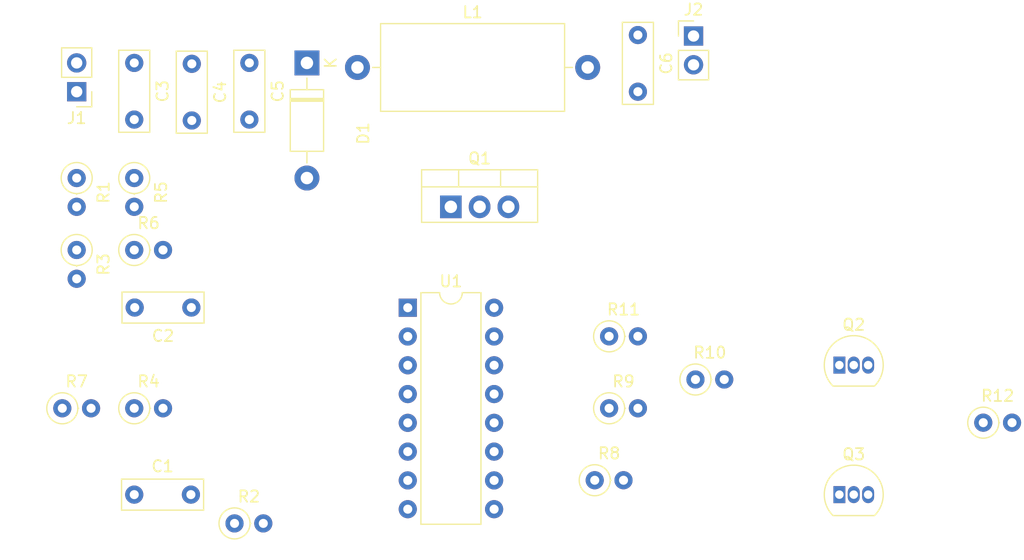
<source format=kicad_pcb>
(kicad_pcb (version 20211014) (generator pcbnew)
  (layers (0 "F.Cu" signal) (31 "B.Cu" signal) (34 "B.Paste" user) (35 "F.Paste" user) (36 "B.SilkS" user "B.Silkscreen") (37 "F.SilkS" user "F.Silkscreen") (38 "B.Mask" user) (39 "F.Mask" user) (44 "Edge.Cuts" user))
  (net 0 "")
  (net 1 "CT")
  (net 2 "GND")
  (net 3 "IN-")
  (net 4 "FB")
  (net 5 "VPANEL")
  (net 6 "MOTOR+")
  (net 7 "MOTOR-")
  (net 8 "MOSFET_GATE")
  (net 9 "Net-(Q2-Pad1)")
  (net 10 "Net-(Q2-Pad2)")
  (net 11 "Net-(R1-Pad2)")
  (net 12 "RT")
  (net 13 "REF")
  (net 14 "IN+")
  (net 15 "E1")
  (net 16 "Net-(R10-Pad1)")
  (net 17 "Net-(R10-Pad2)")
  (footprint "Resistor_THT:R_Axial_DIN0207_L6.3mm_D2.5mm_P2.54mm_Vertical" (layer "F.Cu") (at 146.05 68.58)
    (fp_text reference "R9" (at 1.27 -2.37) (layer "F.SilkS"))
    (fp_text value "100")
    (fp_line (start 1.37 0) (end 1.44 0) (layer "F.SilkS") (width 0.12))
    (fp_circle (center 0 0) (end 1.37 0) (layer "F.SilkS") (width 0.12) (fill none))
    (pad "1" thru_hole circle (at 0 0) (size 1.6 1.6) (drill 0.8) (layers *.Cu *.Mask) (net 15 "E1"))
    (pad "2" thru_hole oval (at 2.54 0) (size 1.6 1.6) (drill 0.8) (layers *.Cu *.Mask) (net 16 "Net-(R10-Pad1)"))
  )
  (footprint "Resistor_THT:R_Axial_DIN0207_L6.3mm_D2.5mm_P2.54mm_Vertical" (layer "F.Cu") (at 179.07 69.85)
    (fp_text reference "R12" (at 1.27 -2.37) (layer "F.SilkS"))
    (fp_text value "10")
    (fp_line (start 1.37 0) (end 1.44 0) (layer "F.SilkS") (width 0.12))
    (fp_circle (center 0 0) (end 1.37 0) (layer "F.SilkS") (width 0.12) (fill none))
    (pad "1" thru_hole circle (at 0 0) (size 1.6 1.6) (drill 0.8) (layers *.Cu *.Mask) (net 9 "Net-(Q2-Pad1)"))
    (pad "2" thru_hole oval (at 2.54 0) (size 1.6 1.6) (drill 0.8) (layers *.Cu *.Mask) (net 8 "MOSFET_GATE"))
  )
  (footprint "Capacitor_THT:C_Rect_L7.0mm_W2.5mm_P5.00mm" (layer "F.Cu") (at 104.14 38.1 -90)
    (fp_text reference "C3" (at 2.5 -2.5 90) (layer "F.SilkS"))
    (fp_text value "1u")
    (fp_line (start 6.12 -1.37) (end 6.12 1.37) (layer "F.SilkS") (width 0.12))
    (fp_line (start -1.12 -1.37) (end 6.12 -1.37) (layer "F.SilkS") (width 0.12))
    (fp_line (start -1.12 1.37) (end 6.12 1.37) (layer "F.SilkS") (width 0.12))
    (fp_line (start -1.12 -1.37) (end -1.12 1.37) (layer "F.SilkS") (width 0.12))
    (pad "1" thru_hole circle (at 0 0 270) (size 1.6 1.6) (drill 0.8) (layers *.Cu *.Mask) (net 5 "VPANEL"))
    (pad "2" thru_hole circle (at 5 0 270) (size 1.6 1.6) (drill 0.8) (layers *.Cu *.Mask) (net 2 "GND"))
  )
  (footprint "Resistor_THT:R_Axial_DIN0207_L6.3mm_D2.5mm_P2.54mm_Vertical" (layer "F.Cu") (at 104.14 68.58)
    (fp_text reference "R4" (at 1.27 -2.37) (layer "F.SilkS"))
    (fp_text value "1k")
    (fp_line (start 1.37 0) (end 1.44 0) (layer "F.SilkS") (width 0.12))
    (fp_circle (center 0 0) (end 1.37 0) (layer "F.SilkS") (width 0.12) (fill none))
    (pad "1" thru_hole circle (at 0 0) (size 1.6 1.6) (drill 0.8) (layers *.Cu *.Mask) (net 13 "REF"))
    (pad "2" thru_hole oval (at 2.54 0) (size 1.6 1.6) (drill 0.8) (layers *.Cu *.Mask) (net 14 "IN+"))
  )
  (footprint "Package_TO_SOT_THT:TO-92_Inline" (layer "F.Cu") (at 166.37 76.2)
    (fp_text reference "Q3" (at 1.27 -3.56) (layer "F.SilkS"))
    (fp_text value "2N3906")
    (fp_line (start -0.53 1.85) (end 3.07 1.85) (layer "F.SilkS") (width 0.12))
    (fp_arc (start -0.568478 1.838478) (mid -1.132087 -0.994977) (end 1.27 -2.6) (layer "F.SilkS") (width 0.12))
    (fp_arc (start 1.27 -2.6) (mid 3.672087 -0.994977) (end 3.108478 1.838478) (layer "F.SilkS") (width 0.12))
    (pad "1" thru_hole rect (at 0 0) (size 1.05 1.5) (drill 0.75) (layers *.Cu *.Mask) (net 9 "Net-(Q2-Pad1)"))
    (pad "2" thru_hole oval (at 1.27 0) (size 1.05 1.5) (drill 0.75) (layers *.Cu *.Mask) (net 10 "Net-(Q2-Pad2)"))
    (pad "3" thru_hole oval (at 2.54 0) (size 1.05 1.5) (drill 0.75) (layers *.Cu *.Mask) (net 2 "GND"))
  )
  (footprint "Resistor_THT:R_Axial_DIN0207_L6.3mm_D2.5mm_P2.54mm_Vertical" (layer "F.Cu") (at 99.06 54.61 -90)
    (fp_text reference "R3" (at 1.27 -2.37 90) (layer "F.SilkS"))
    (fp_text value "1k")
    (fp_line (start 1.37 0) (end 1.44 0) (layer "F.SilkS") (width 0.12))
    (fp_circle (center 0 0) (end 1.37 0) (layer "F.SilkS") (width 0.12) (fill none))
    (pad "1" thru_hole circle (at 0 0 270) (size 1.6 1.6) (drill 0.8) (layers *.Cu *.Mask) (net 11 "Net-(R1-Pad2)"))
    (pad "2" thru_hole oval (at 2.54 0 270) (size 1.6 1.6) (drill 0.8) (layers *.Cu *.Mask) (net 2 "GND"))
  )
  (footprint "Package_TO_SOT_THT:TO-92_Inline" (layer "F.Cu") (at 166.37 64.77)
    (fp_text reference "Q2" (at 1.27 -3.56) (layer "F.SilkS"))
    (fp_text value "2N3904")
    (fp_line (start -0.53 1.85) (end 3.07 1.85) (layer "F.SilkS") (width 0.12))
    (fp_arc (start 1.27 -2.6) (mid 3.672087 -0.994977) (end 3.108478 1.838478) (layer "F.SilkS") (width 0.12))
    (fp_arc (start -0.568478 1.838478) (mid -1.132087 -0.994977) (end 1.27 -2.6) (layer "F.SilkS") (width 0.12))
    (pad "1" thru_hole rect (at 0 0) (size 1.05 1.5) (drill 0.75) (layers *.Cu *.Mask) (net 9 "Net-(Q2-Pad1)"))
    (pad "2" thru_hole oval (at 1.27 0) (size 1.05 1.5) (drill 0.75) (layers *.Cu *.Mask) (net 10 "Net-(Q2-Pad2)"))
    (pad "3" thru_hole oval (at 2.54 0) (size 1.05 1.5) (drill 0.75) (layers *.Cu *.Mask) (net 5 "VPANEL"))
  )
  (footprint "Resistor_THT:R_Axial_DIN0207_L6.3mm_D2.5mm_P2.54mm_Vertical" (layer "F.Cu") (at 144.78 74.93)
    (fp_text reference "R8" (at 1.27 -2.37) (layer "F.SilkS"))
    (fp_text value "2.2k")
    (fp_line (start 1.37 0) (end 1.44 0) (layer "F.SilkS") (width 0.12))
    (fp_circle (center 0 0) (end 1.37 0) (layer "F.SilkS") (width 0.12) (fill none))
    (pad "1" thru_hole circle (at 0 0) (size 1.6 1.6) (drill 0.8) (layers *.Cu *.Mask) (net 15 "E1"))
    (pad "2" thru_hole oval (at 2.54 0) (size 1.6 1.6) (drill 0.8) (layers *.Cu *.Mask) (net 2 "GND"))
  )
  (footprint "Capacitor_THT:C_Rect_L7.0mm_W2.5mm_P5.00mm" (layer "F.Cu") (at 109.22 38.18 -90)
    (fp_text reference "C4" (at 2.5 -2.5 90) (layer "F.SilkS"))
    (fp_text value "10u")
    (fp_line (start -1.12 -1.37) (end 6.12 -1.37) (layer "F.SilkS") (width 0.12))
    (fp_line (start -1.12 1.37) (end 6.12 1.37) (layer "F.SilkS") (width 0.12))
    (fp_line (start -1.12 -1.37) (end -1.12 1.37) (layer "F.SilkS") (width 0.12))
    (fp_line (start 6.12 -1.37) (end 6.12 1.37) (layer "F.SilkS") (width 0.12))
    (pad "1" thru_hole circle (at 0 0 270) (size 1.6 1.6) (drill 0.8) (layers *.Cu *.Mask) (net 5 "VPANEL"))
    (pad "2" thru_hole circle (at 5 0 270) (size 1.6 1.6) (drill 0.8) (layers *.Cu *.Mask) (net 2 "GND"))
  )
  (footprint "Capacitor_THT:C_Rect_L7.0mm_W2.5mm_P5.00mm" (layer "F.Cu") (at 109.18 59.69 180)
    (fp_text reference "C2" (at 2.5 -2.5) (layer "F.SilkS"))
    (fp_text value "1.5u")
    (fp_line (start -1.12 -1.37) (end 6.12 -1.37) (layer "F.SilkS") (width 0.12))
    (fp_line (start 6.12 -1.37) (end 6.12 1.37) (layer "F.SilkS") (width 0.12))
    (fp_line (start -1.12 -1.37) (end -1.12 1.37) (layer "F.SilkS") (width 0.12))
    (fp_line (start -1.12 1.37) (end 6.12 1.37) (layer "F.SilkS") (width 0.12))
    (pad "1" thru_hole circle (at 0 0 180) (size 1.6 1.6) (drill 0.8) (layers *.Cu *.Mask) (net 3 "IN-"))
    (pad "2" thru_hole circle (at 5 0 180) (size 1.6 1.6) (drill 0.8) (layers *.Cu *.Mask) (net 4 "FB"))
  )
  (footprint "Package_DIP:DIP-16_W7.62mm" (layer "F.Cu") (at 128.28 59.705)
    (fp_text reference "U1" (at 3.81 -2.33) (layer "F.SilkS"))
    (fp_text value "TL494")
    (fp_line (start 6.46 19.11) (end 6.46 -1.33) (layer "F.SilkS") (width 0.12))
    (fp_line (start 1.16 -1.33) (end 1.16 19.11) (layer "F.SilkS") (width 0.12))
    (fp_line (start 1.16 19.11) (end 6.46 19.11) (layer "F.SilkS") (width 0.12))
    (fp_line (start 6.46 -1.33) (end 4.81 -1.33) (layer "F.SilkS") (width 0.12))
    (fp_line (start 2.81 -1.33) (end 1.16 -1.33) (layer "F.SilkS") (width 0.12))
    (fp_arc (start 4.81 -1.33) (mid 3.81 -0.33) (end 2.81 -1.33) (layer "F.SilkS") (width 0.12))
    (pad "1" thru_hole rect (at 0 0) (size 1.6 1.6) (drill 0.8) (layers *.Cu *.Mask) (net 14 "IN+"))
    (pad "2" thru_hole oval (at 0 2.54) (size 1.6 1.6) (drill 0.8) (layers *.Cu *.Mask) (net 3 "IN-"))
    (pad "3" thru_hole oval (at 0 5.08) (size 1.6 1.6) (drill 0.8) (layers *.Cu *.Mask) (net 4 "FB"))
    (pad "4" thru_hole oval (at 0 7.62) (size 1.6 1.6) (drill 0.8) (layers *.Cu *.Mask) (net 2 "GND"))
    (pad "5" thru_hole oval (at 0 10.16) (size 1.6 1.6) (drill 0.8) (layers *.Cu *.Mask) (net 1 "CT"))
    (pad "6" thru_hole oval (at 0 12.7) (size 1.6 1.6) (drill 0.8) (layers *.Cu *.Mask) (net 12 "RT"))
    (pad "7" thru_hole oval (at 0 15.24) (size 1.6 1.6) (drill 0.8) (layers *.Cu *.Mask) (net 2 "GND"))
    (pad "8" thru_hole oval (at 0 17.78) (size 1.6 1.6) (drill 0.8) (layers *.Cu *.Mask) (net 5 "VPANEL"))
    (pad "9" thru_hole oval (at 7.62 17.78) (size 1.6 1.6) (drill 0.8) (layers *.Cu *.Mask) (net 15 "E1"))
    (pad "10" thru_hole oval (at 7.62 15.24) (size 1.6 1.6) (drill 0.8) (layers *.Cu *.Mask))
    (pad "11" thru_hole oval (at 7.62 12.7) (size 1.6 1.6) (drill 0.8) (layers *.Cu *.Mask))
    (pad "12" thru_hole oval (at 7.62 10.16) (size 1.6 1.6) (drill 0.8) (layers *.Cu *.Mask) (net 5 "VPANEL"))
    (pad "13" thru_hole oval (at 7.62 7.62) (size 1.6 1.6) (drill 0.8) (layers *.Cu *.Mask) (net 2 "GND"))
    (pad "14" thru_hole oval (at 7.62 5.08) (size 1.6 1.6) (drill 0.8) (layers *.Cu *.Mask) (net 13 "REF"))
    (pad "15" thru_hole oval (at 7.62 2.54) (size 1.6 1.6) (drill 0.8) (layers *.Cu *.Mask) (net 2 "GND"))
    (pad "16" thru_hole oval (at 7.62 0) (size 1.6 1.6) (drill 0.8) (layers *.Cu *.Mask) (net 2 "GND"))
  )
  (footprint "Capacitor_THT:C_Rect_L7.0mm_W2.5mm_P5.00mm" (layer "F.Cu") (at 104.14 76.2)
    (fp_text reference "C1" (at 2.5 -2.5) (layer "F.SilkS"))
    (fp_text value "0.01u")
    (fp_line (start -1.12 -1.37) (end -1.12 1.37) (layer "F.SilkS") (width 0.12))
    (fp_line (start -1.12 -1.37) (end 6.12 -1.37) (layer "F.SilkS") (width 0.12))
    (fp_line (start -1.12 1.37) (end 6.12 1.37) (layer "F.SilkS") (width 0.12))
    (fp_line (start 6.12 -1.37) (end 6.12 1.37) (layer "F.SilkS") (width 0.12))
    (pad "1" thru_hole circle (at 0 0) (size 1.6 1.6) (drill 0.8) (layers *.Cu *.Mask) (net 1 "CT"))
    (pad "2" thru_hole circle (at 5 0) (size 1.6 1.6) (drill 0.8) (layers *.Cu *.Mask) (net 2 "GND"))
  )
  (footprint "Resistor_THT:R_Axial_DIN0207_L6.3mm_D2.5mm_P2.54mm_Vertical" (layer "F.Cu") (at 112.99 78.74)
    (fp_text reference "R2" (at 1.27 -2.37) (layer "F.SilkS"))
    (fp_text value "2.2k")
    (fp_line (start 1.37 0) (end 1.44 0) (layer "F.SilkS") (width 0.12))
    (fp_circle (center 0 0) (end 1.37 0) (layer "F.SilkS") (width 0.12) (fill none))
    (pad "1" thru_hole circle (at 0 0) (size 1.6 1.6) (drill 0.8) (layers *.Cu *.Mask) (net 12 "RT"))
    (pad "2" thru_hole oval (at 2.54 0) (size 1.6 1.6) (drill 0.8) (layers *.Cu *.Mask) (net 2 "GND"))
  )
  (footprint "Resistor_THT:R_Axial_DIN0207_L6.3mm_D2.5mm_P2.54mm_Vertical" (layer "F.Cu") (at 146.05 62.23)
    (fp_text reference "R11" (at 1.27 -2.37) (layer "F.SilkS"))
    (fp_text value "100")
    (fp_line (start 1.37 0) (end 1.44 0) (layer "F.SilkS") (width 0.12))
    (fp_circle (center 0 0) (end 1.37 0) (layer "F.SilkS") (width 0.12) (fill none))
    (pad "1" thru_hole circle (at 0 0) (size 1.6 1.6) (drill 0.8) (layers *.Cu *.Mask) (net 17 "Net-(R10-Pad2)"))
    (pad "2" thru_hole oval (at 2.54 0) (size 1.6 1.6) (drill 0.8) (layers *.Cu *.Mask) (net 10 "Net-(Q2-Pad2)"))
  )
  (footprint "Resistor_THT:R_Axial_DIN0207_L6.3mm_D2.5mm_P2.54mm_Vertical" (layer "F.Cu") (at 153.67 66.04)
    (fp_text reference "R10" (at 1.27 -2.37) (layer "F.SilkS"))
    (fp_text value "100")
    (fp_line (start 1.37 0) (end 1.44 0) (layer "F.SilkS") (width 0.12))
    (fp_circle (center 0 0) (end 1.37 0) (layer "F.SilkS") (width 0.12) (fill none))
    (pad "1" thru_hole circle (at 0 0) (size 1.6 1.6) (drill 0.8) (layers *.Cu *.Mask) (net 16 "Net-(R10-Pad1)"))
    (pad "2" thru_hole oval (at 2.54 0) (size 1.6 1.6) (drill 0.8) (layers *.Cu *.Mask) (net 17 "Net-(R10-Pad2)"))
  )
  (footprint "Resistor_THT:R_Axial_DIN0207_L6.3mm_D2.5mm_P2.54mm_Vertical" (layer "F.Cu") (at 99.06 48.26 -90)
    (fp_text reference "R1" (at 1.27 -2.37 90) (layer "F.SilkS"))
    (fp_text value "10k")
    (fp_line (start 1.37 0) (end 1.44 0) (layer "F.SilkS") (width 0.12))
    (fp_circle (center 0 0) (end 1.37 0) (layer "F.SilkS") (width 0.12) (fill none))
    (pad "1" thru_hole circle (at 0 0 270) (size 1.6 1.6) (drill 0.8) (layers *.Cu *.Mask) (net 5 "VPANEL"))
    (pad "2" thru_hole oval (at 2.54 0 270) (size 1.6 1.6) (drill 0.8) (layers *.Cu *.Mask) (net 11 "Net-(R1-Pad2)"))
  )
  (footprint "Capacitor_THT:C_Rect_L7.0mm_W2.5mm_P5.00mm" (layer "F.Cu") (at 114.3 38.1 -90)
    (fp_text reference "C5" (at 2.5 -2.5 90) (layer "F.SilkS"))
    (fp_text value "1u")
    (fp_line (start -1.12 -1.37) (end 6.12 -1.37) (layer "F.SilkS") (width 0.12))
    (fp_line (start -1.12 -1.37) (end -1.12 1.37) (layer "F.SilkS") (width 0.12))
    (fp_line (start 6.12 -1.37) (end 6.12 1.37) (layer "F.SilkS") (width 0.12))
    (fp_line (start -1.12 1.37) (end 6.12 1.37) (layer "F.SilkS") (width 0.12))
    (pad "1" thru_hole circle (at 0 0 270) (size 1.6 1.6) (drill 0.8) (layers *.Cu *.Mask) (net 5 "VPANEL"))
    (pad "2" thru_hole circle (at 5 0 270) (size 1.6 1.6) (drill 0.8) (layers *.Cu *.Mask) (net 2 "GND"))
  )
  (footprint "Resistor_THT:R_Axial_DIN0207_L6.3mm_D2.5mm_P2.54mm_Vertical" (layer "F.Cu") (at 104.14 48.26 -90)
    (fp_text reference "R5" (at 1.27 -2.37 90) (layer "F.SilkS"))
    (fp_text value "10k")
    (fp_line (start 1.37 0) (end 1.44 0) (layer "F.SilkS") (width 0.12))
    (fp_circle (center 0 0) (end 1.37 0) (layer "F.SilkS") (width 0.12) (fill none))
    (pad "1" thru_hole circle (at 0 0 270) (size 1.6 1.6) (drill 0.8) (layers *.Cu *.Mask) (net 5 "VPANEL"))
    (pad "2" thru_hole oval (at 2.54 0 270) (size 1.6 1.6) (drill 0.8) (layers *.Cu *.Mask) (net 11 "Net-(R1-Pad2)"))
  )
  (footprint "Diode_THT:D_DO-41_SOD81_P10.16mm_Horizontal" (layer "F.Cu") (at 119.38 38.1 -90)
    (fp_text reference "D1" (at 6.22 -4.97 90) (layer "F.SilkS"))
    (fp_text value "SB160")
    (fp_text user "K" (at 0 -2.1 90) (layer "F.SilkS"))
    (fp_line (start 2.36 -1.47) (end 2.36 1.47) (layer "F.SilkS") (width 0.12))
    (fp_line (start 7.8 1.47) (end 7.8 -1.47) (layer "F.SilkS") (width 0.12))
    (fp_line (start 8.82 0) (end 7.8 0) (layer "F.SilkS") (width 0.12))
    (fp_line (start 1.34 0) (end 2.36 0) (layer "F.SilkS") (width 0.12))
    (fp_line (start 7.8 -1.47) (end 2.36 -1.47) (layer "F.SilkS") (width 0.12))
    (fp_line (start 3.26 -1.47) (end 3.26 1.47) (layer "F.SilkS") (width 0.12))
    (fp_line (start 3.38 -1.47) (end 3.38 1.47) (layer "F.SilkS") (width 0.12))
    (fp_line (start 2.36 1.47) (end 7.8 1.47) (layer "F.SilkS") (width 0.12))
    (fp_line (start 3.14 -1.47) (end 3.14 1.47) (layer "F.SilkS") (width 0.12))
    (pad "1" thru_hole rect (at 0 0 270) (size 2.2 2.2) (drill 1.1) (layers *.Cu *.Mask) (net 5 "VPANEL"))
    (pad "2" thru_hole oval (at 10.16 0 270) (size 2.2 2.2) (drill 1.1) (layers *.Cu *.Mask) (net 2 "GND"))
  )
  (footprint "Resistor_THT:R_Axial_DIN0207_L6.3mm_D2.5mm_P2.54mm_Vertical" (layer "F.Cu") (at 97.79 68.58)
    (fp_text reference "R7" (at 1.27 -2.37) (layer "F.SilkS"))
    (fp_text value "1k")
    (fp_line (start 1.37 0) (end 1.44 0) (layer "F.SilkS") (width 0.12))
    (fp_circle (center 0 0) (end 1.37 0) (layer "F.SilkS") (width 0.12) (fill none))
    (pad "1" thru_hole circle (at 0 0) (size 1.6 1.6) (drill 0.8) (layers *.Cu *.Mask) (net 2 "GND"))
    (pad "2" thru_hole oval (at 2.54 0) (size 1.6 1.6) (drill 0.8) (layers *.Cu *.Mask) (net 14 "IN+"))
  )
  (footprint "Inductor_THT:L_Axial_L16.0mm_D7.5mm_P20.32mm_Horizontal_Fastron_XHBCC" (layer "F.Cu") (at 123.84 38.5)
    (fp_text reference "L1" (at 10.16 -4.87) (layer "F.SilkS"))
    (fp_text value "UC_L")
    (fp_line (start 18.98 0) (end 18.28 0) (layer "F.SilkS") (width 0.12))
    (fp_line (start 18.28 3.87) (end 18.28 -3.87) (layer "F.SilkS") (width 0.12))
    (fp_line (start 1.34 0) (end 2.04 0) (layer "F.SilkS") (width 0.12))
    (fp_line (start 2.04 3.87) (end 18.28 3.87) (layer "F.SilkS") (width 0.12))
    (fp_line (start 2.04 -3.87) (end 2.04 3.87) (layer "F.SilkS") (width 0.12))
    (fp_line (start 18.28 -3.87) (end 2.04 -3.87) (layer "F.SilkS") (width 0.12))
    (pad "1" thru_hole circle (at 0 0) (size 2.2 2.2) (drill 1.1) (layers *.Cu *.Mask) (net 5 "VPANEL"))
    (pad "2" thru_hole oval (at 20.32 0) (size 2.2 2.2) (drill 1.1) (layers *.Cu *.Mask) (net 6 "MOTOR+"))
  )
  (footprint "Resistor_THT:R_Axial_DIN0207_L6.3mm_D2.5mm_P2.54mm_Vertical" (layer "F.Cu") (at 104.14 54.61)
    (fp_text reference "R6" (at 1.27 -2.37) (layer "F.SilkS"))
    (fp_text value "100k")
    (fp_line (start 1.37 0) (end 1.44 0) (layer "F.SilkS") (width 0.12))
    (fp_circle (center 0 0) (end 1.37 0) (layer "F.SilkS") (width 0.12) (fill none))
    (pad "1" thru_hole circle (at 0 0) (size 1.6 1.6) (drill 0.8) (layers *.Cu *.Mask) (net 11 "Net-(R1-Pad2)"))
    (pad "2" thru_hole oval (at 2.54 0) (size 1.6 1.6) (drill 0.8) (layers *.Cu *.Mask) (net 3 "IN-"))
  )
  (footprint "Connector_PinHeader_2.54mm:PinHeader_1x02_P2.54mm_Vertical" (layer "F.Cu") (at 99.06 40.64 180)
    (fp_text reference "J1" (at 0 -2.33) (layer "F.SilkS"))
    (fp_text value "Conn_01x02_Male")
    (fp_line (start -1.33 -1.33) (end 0 -1.33) (layer "F.SilkS") (width 0.12))
    (fp_line (start -1.33 1.27) (end -1.33 3.87) (layer "F.SilkS") (width 0.12))
    (fp_line (start -1.33 1.27) (end 1.33 1.27) (layer "F.SilkS") (width 0.12))
    (fp_line (start -1.33 3.87) (end 1.33 3.87) (layer "F.SilkS") (width 0.12))
    (fp_line (start -1.33 0) (end -1.33 -1.33) (layer "F.SilkS") (width 0.12))
    (fp_line (start 1.33 1.27) (end 1.33 3.87) (layer "F.SilkS") (width 0.12))
    (pad "1" thru_hole rect (at 0 0 180) (size 1.7 1.7) (drill 1) (layers *.Cu *.Mask) (net 2 "GND"))
    (pad "2" thru_hole oval (at 0 2.54 180) (size 1.7 1.7) (drill 1) (layers *.Cu *.Mask) (net 5 "VPANEL"))
  )
  (footprint "Capacitor_THT:C_Rect_L7.0mm_W2.5mm_P5.00mm" (layer "F.Cu") (at 148.59 35.64 -90)
    (fp_text reference "C6" (at 2.5 -2.5 90) (layer "F.SilkS"))
    (fp_text value "10u")
    (fp_line (start -1.12 -1.37) (end -1.12 1.37) (layer "F.SilkS") (width 0.12))
    (fp_line (start 6.12 -1.37) (end 6.12 1.37) (layer "F.SilkS") (width 0.12))
    (fp_line (start -1.12 1.37) (end 6.12 1.37) (layer "F.SilkS") (width 0.12))
    (fp_line (start -1.12 -1.37) (end 6.12 -1.37) (layer "F.SilkS") (width 0.12))
    (pad "1" thru_hole circle (at 0 0 270) (size 1.6 1.6) (drill 0.8) (layers *.Cu *.Mask) (net 6 "MOTOR+"))
    (pad "2" thru_hole circle (at 5 0 270) (size 1.6 1.6) (drill 0.8) (layers *.Cu *.Mask) (net 7 "MOTOR-"))
  )
  (footprint "Package_TO_SOT_THT:TO-220-3_Vertical" (layer "F.Cu") (at 132.08 50.8)
    (fp_text reference "Q1" (at 2.54 -4.27) (layer "F.SilkS"))
    (fp_text value "IPP060N06N")
    (fp_line (start -2.58 1.371) (end 7.66 1.371) (layer "F.SilkS") (width 0.12))
    (fp_line (start -2.58 -1.76) (end 7.66 -1.76) (layer "F.SilkS") (width 0.12))
    (fp_line (start -2.58 -3.27) (end -2.58 1.371) (layer "F.SilkS") (width 0.12))
    (fp_line (start 0.69 -3.27) (end 0.69 -1.76) (layer "F.SilkS") (width 0.12))
    (fp_line (start 4.391 -3.27) (end 4.391 -1.76) (layer "F.SilkS") (width 0.12))
    (fp_line (start 7.66 -3.27) (end 7.66 1.371) (layer "F.SilkS") (width 0.12))
    (fp_line (start -2.58 -3.27) (end 7.66 -3.27) (layer "F.SilkS") (width 0.12))
    (pad "1" thru_hole rect (at 0 0) (size 1.905 2) (drill 1.1) (layers *.Cu *.Mask) (net 8 "MOSFET_GATE"))
    (pad "2" thru_hole oval (at 2.54 0) (size 1.905 2) (drill 1.1) (layers *.Cu *.Mask) (net 2 "GND"))
    (pad "3" thru_hole oval (at 5.08 0) (size 1.905 2) (drill 1.1) (layers *.Cu *.Mask) (net 7 "MOTOR-"))
  )
  (footprint "Connector_PinHeader_2.54mm:PinHeader_1x02_P2.54mm_Vertical" (layer "F.Cu") (at 153.5 35.725)
    (fp_text reference "J2" (at 0 -2.33) (layer "F.SilkS"))
    (fp_text value "Conn_01x02_Male")
    (fp_line (start -1.33 -1.33) (end 0 -1.33) (layer "F.SilkS") (width 0.12))
    (fp_line (start -1.33 3.87) (end 1.33 3.87) (layer "F.SilkS") (width 0.12))
    (fp_line (start -1.33 1.27) (end 1.33 1.27) (layer "F.SilkS") (width 0.12))
    (fp_line (start 1.33 1.27) (end 1.33 3.87) (layer "F.SilkS") (width 0.12))
    (fp_line (start -1.33 0) (end -1.33 -1.33) (layer "F.SilkS") (width 0.12))
    (fp_line (start -1.33 1.27) (end -1.33 3.87) (layer "F.SilkS") (width 0.12))
    (pad "1" thru_hole rect (at 0 0) (size 1.7 1.7) (drill 1) (layers *.Cu *.Mask) (net 7 "MOTOR-"))
    (pad "2" thru_hole oval (at 0 2.54) (size 1.7 1.7) (drill 1) (layers *.Cu *.Mask) (net 6 "MOTOR+"))
  )
)
</source>
